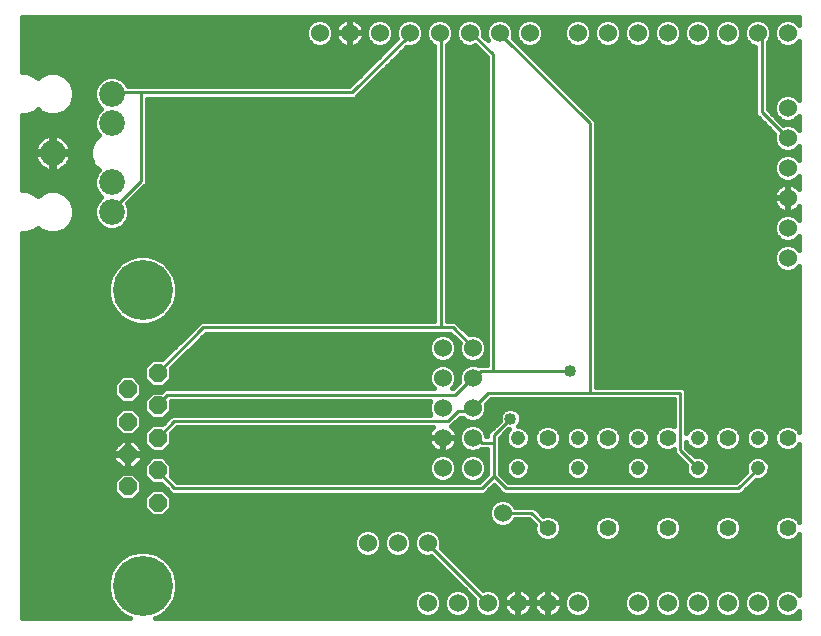
<source format=gbl>
G75*
G70*
%OFA0B0*%
%FSLAX24Y24*%
%IPPOS*%
%LPD*%
%AMOC8*
5,1,8,0,0,1.08239X$1,22.5*
%
%ADD10OC8,0.0600*%
%ADD11C,0.2000*%
%ADD12C,0.0600*%
%ADD13C,0.0476*%
%ADD14C,0.0554*%
%ADD15C,0.0860*%
%ADD16C,0.0100*%
%ADD17C,0.0400*%
%ADD18C,0.0160*%
D10*
X006699Y005438D03*
X007699Y004898D03*
X007699Y005978D03*
X006699Y006518D03*
X007699Y007058D03*
X006699Y007598D03*
X007699Y008138D03*
X006699Y008678D03*
X007699Y009218D03*
D11*
X007199Y011988D03*
X007199Y002128D03*
D12*
X014699Y003558D03*
X015699Y003558D03*
X016699Y003558D03*
X016699Y001558D03*
X017699Y001558D03*
X018699Y001558D03*
X019699Y001558D03*
X020699Y001558D03*
X021699Y001558D03*
X023699Y001558D03*
X024699Y001558D03*
X025699Y001558D03*
X026699Y001558D03*
X027699Y001558D03*
X028699Y001558D03*
X019199Y004558D03*
X018199Y006058D03*
X017199Y006058D03*
X017199Y007058D03*
X018199Y007058D03*
X018199Y008058D03*
X017199Y008058D03*
X017199Y009058D03*
X018199Y009058D03*
X018199Y010058D03*
X017199Y010058D03*
X028699Y013058D03*
X028699Y014058D03*
X028699Y015058D03*
X028699Y016058D03*
X028699Y017058D03*
X028699Y018058D03*
X028699Y020558D03*
X027699Y020558D03*
X026699Y020558D03*
X025699Y020558D03*
X024699Y020558D03*
X023699Y020558D03*
X022699Y020558D03*
X021699Y020558D03*
X020099Y020558D03*
X019099Y020558D03*
X018099Y020558D03*
X017099Y020558D03*
X016099Y020558D03*
X015099Y020558D03*
X014099Y020558D03*
X013099Y020558D03*
D13*
X019699Y007058D03*
X019699Y006058D03*
X021699Y006058D03*
X021699Y007058D03*
X023699Y007058D03*
X023699Y006058D03*
X025699Y006058D03*
X025699Y007058D03*
X027699Y007058D03*
X027699Y006058D03*
D14*
X028699Y007058D03*
X026699Y007058D03*
X024699Y007058D03*
X022699Y007058D03*
X020699Y007058D03*
X020699Y004058D03*
X022699Y004058D03*
X024699Y004058D03*
X026699Y004058D03*
X028699Y004058D03*
D15*
X006167Y014590D03*
X006167Y015574D03*
X004199Y016558D03*
X006167Y017543D03*
X006167Y018527D03*
D16*
X006179Y018578D01*
X007139Y018578D01*
X007139Y015618D01*
X006179Y014658D01*
X006167Y014590D01*
X007139Y018578D02*
X014179Y018578D01*
X016099Y020498D01*
X016099Y020558D01*
X017099Y020558D02*
X017139Y020498D01*
X017139Y010738D01*
X009219Y010738D01*
X007699Y009218D01*
X008019Y008498D02*
X017619Y008498D01*
X018179Y009058D01*
X018199Y009058D01*
X018239Y009118D01*
X018319Y009118D01*
X018479Y009278D01*
X018879Y009278D01*
X021439Y009278D01*
X022099Y008558D02*
X022099Y017538D01*
X019139Y020498D01*
X019099Y020558D01*
X018879Y019838D02*
X018159Y020558D01*
X018099Y020558D01*
X018879Y019838D02*
X018879Y009278D01*
X018199Y010058D02*
X018179Y010098D01*
X017539Y010738D01*
X017139Y010738D01*
X018719Y008558D02*
X018239Y008078D01*
X018199Y008058D01*
X018179Y008018D01*
X018099Y007938D01*
X017699Y007938D01*
X017379Y007618D01*
X008259Y007618D01*
X007699Y007058D01*
X007699Y008138D02*
X007699Y008178D01*
X008019Y008498D01*
X007699Y005978D02*
X007699Y005938D01*
X008259Y005378D01*
X018499Y005378D01*
X018899Y005778D01*
X019299Y005378D01*
X027059Y005378D01*
X027699Y006018D01*
X027699Y006058D01*
X025699Y006058D02*
X025119Y006638D01*
X025119Y008558D01*
X022099Y008558D01*
X018719Y008558D01*
X019459Y007698D02*
X018899Y007138D01*
X018899Y006898D01*
X018499Y006898D01*
X018339Y007058D01*
X018199Y007058D01*
X018899Y006898D02*
X018899Y005778D01*
X019199Y004558D02*
X020159Y004558D01*
X020639Y004078D01*
X020699Y004058D01*
X018699Y001558D02*
X018639Y001598D01*
X016719Y003518D01*
X016699Y003558D01*
X028699Y017058D02*
X027839Y017918D01*
X027839Y020558D01*
X027699Y020558D01*
D17*
X021439Y009278D03*
X019459Y007698D03*
D18*
X003179Y013874D02*
X003179Y001038D01*
X006785Y001038D01*
X006751Y001047D01*
X006487Y001200D01*
X006271Y001416D01*
X006118Y001681D01*
X006039Y001976D01*
X006039Y002281D01*
X006118Y002576D01*
X006271Y002841D01*
X006487Y003056D01*
X006751Y003209D01*
X007046Y003288D01*
X007352Y003288D01*
X007647Y003209D01*
X007911Y003056D01*
X008127Y002841D01*
X008280Y002576D01*
X008359Y002281D01*
X008359Y001976D01*
X008280Y001681D01*
X008127Y001416D01*
X007911Y001200D01*
X007647Y001047D01*
X007613Y001038D01*
X029089Y001038D01*
X029089Y001298D01*
X029089Y001298D01*
X028959Y001168D01*
X028790Y001098D01*
X028607Y001098D01*
X028438Y001168D01*
X028309Y001298D01*
X028239Y001467D01*
X028239Y001650D01*
X028309Y001819D01*
X028438Y001948D01*
X028607Y002018D01*
X028790Y002018D01*
X028959Y001948D01*
X029089Y001819D01*
X029089Y001818D01*
X029089Y003858D01*
X029069Y003811D01*
X028946Y003688D01*
X028786Y003621D01*
X028612Y003621D01*
X028451Y003688D01*
X028328Y003811D01*
X028262Y003971D01*
X028262Y004145D01*
X028328Y004306D01*
X028451Y004429D01*
X028612Y004495D01*
X028786Y004495D01*
X028946Y004429D01*
X029069Y004306D01*
X029089Y004259D01*
X029089Y006858D01*
X029069Y006811D01*
X028946Y006688D01*
X028786Y006621D01*
X028612Y006621D01*
X028451Y006688D01*
X028328Y006811D01*
X028262Y006971D01*
X028262Y007145D01*
X028328Y007306D01*
X028451Y007429D01*
X028612Y007495D01*
X028786Y007495D01*
X028946Y007429D01*
X029069Y007306D01*
X029089Y007259D01*
X029089Y012798D01*
X029089Y012798D01*
X028959Y012668D01*
X028790Y012598D01*
X028607Y012598D01*
X028438Y012668D01*
X028309Y012798D01*
X028239Y012967D01*
X028239Y013150D01*
X028309Y013319D01*
X028438Y013448D01*
X028607Y013518D01*
X028790Y013518D01*
X028959Y013448D01*
X029089Y013319D01*
X029089Y013318D01*
X029089Y013798D01*
X029089Y013798D01*
X028959Y013668D01*
X028790Y013598D01*
X028607Y013598D01*
X028438Y013668D01*
X028309Y013798D01*
X028239Y013967D01*
X028239Y014150D01*
X028309Y014319D01*
X028438Y014448D01*
X028607Y014518D01*
X028790Y014518D01*
X028959Y014448D01*
X029089Y014319D01*
X029089Y014318D01*
X029089Y014779D01*
X029065Y014746D01*
X029012Y014692D01*
X028950Y014648D01*
X028883Y014613D01*
X028811Y014590D01*
X028737Y014578D01*
X028719Y014578D01*
X028719Y015038D01*
X028679Y015038D01*
X028679Y014578D01*
X028661Y014578D01*
X028586Y014590D01*
X028515Y014613D01*
X028447Y014648D01*
X028386Y014692D01*
X028333Y014746D01*
X028288Y014807D01*
X028254Y014874D01*
X028231Y014946D01*
X028219Y015020D01*
X028219Y015038D01*
X028679Y015038D01*
X028679Y015078D01*
X028219Y015078D01*
X028219Y015096D01*
X028231Y015171D01*
X028254Y015243D01*
X028288Y015310D01*
X028333Y015371D01*
X028386Y015424D01*
X028447Y015469D01*
X028515Y015503D01*
X028586Y015526D01*
X028661Y015538D01*
X028679Y015538D01*
X028679Y015079D01*
X028719Y015079D01*
X028719Y015538D01*
X028737Y015538D01*
X028811Y015526D01*
X028883Y015503D01*
X028950Y015469D01*
X029012Y015424D01*
X029065Y015371D01*
X029089Y015338D01*
X029089Y015798D01*
X029089Y015798D01*
X028959Y015668D01*
X028790Y015598D01*
X028607Y015598D01*
X028438Y015668D01*
X028309Y015798D01*
X028239Y015967D01*
X028239Y016150D01*
X028309Y016319D01*
X028438Y016448D01*
X028607Y016518D01*
X028790Y016518D01*
X028959Y016448D01*
X029089Y016319D01*
X029089Y016318D01*
X029089Y016798D01*
X029089Y016798D01*
X028959Y016668D01*
X028790Y016598D01*
X028607Y016598D01*
X028438Y016668D01*
X028309Y016798D01*
X028239Y016967D01*
X028239Y017150D01*
X028260Y017200D01*
X027629Y017831D01*
X027629Y018005D01*
X027629Y020098D01*
X027607Y020098D01*
X027438Y020168D01*
X027309Y020298D01*
X027239Y020467D01*
X027239Y020650D01*
X027309Y020819D01*
X027438Y020948D01*
X027607Y021018D01*
X027790Y021018D01*
X027959Y020948D01*
X028089Y020819D01*
X028159Y020650D01*
X028159Y020467D01*
X028089Y020298D01*
X028049Y020258D01*
X028049Y018005D01*
X028557Y017497D01*
X028607Y017518D01*
X028790Y017518D01*
X028959Y017448D01*
X029089Y017319D01*
X029089Y017318D01*
X029089Y017798D01*
X029089Y017798D01*
X028959Y017668D01*
X028790Y017598D01*
X028607Y017598D01*
X028438Y017668D01*
X028309Y017798D01*
X028239Y017967D01*
X028239Y018150D01*
X028309Y018319D01*
X028438Y018448D01*
X028607Y018518D01*
X028790Y018518D01*
X028959Y018448D01*
X029089Y018319D01*
X029089Y018318D01*
X029089Y020298D01*
X029089Y020298D01*
X028959Y020168D01*
X028790Y020098D01*
X028607Y020098D01*
X028438Y020168D01*
X028309Y020298D01*
X028239Y020467D01*
X028239Y020650D01*
X028309Y020819D01*
X028438Y020948D01*
X028607Y021018D01*
X028790Y021018D01*
X028959Y020948D01*
X029089Y020819D01*
X029089Y020818D01*
X029089Y021074D01*
X003179Y021074D01*
X003179Y019243D01*
X003357Y019243D01*
X003620Y019134D01*
X003707Y019047D01*
X003793Y019134D01*
X004056Y019243D01*
X004341Y019243D01*
X004605Y019134D01*
X004806Y018932D01*
X004915Y018669D01*
X004915Y018384D01*
X004806Y018121D01*
X004605Y017920D01*
X004341Y017811D01*
X004056Y017811D01*
X003793Y017920D01*
X003707Y018006D01*
X003620Y017920D01*
X003357Y017811D01*
X003179Y017811D01*
X003179Y015306D01*
X003357Y015306D01*
X003620Y015197D01*
X003707Y015110D01*
X003793Y015197D01*
X004056Y015306D01*
X004341Y015306D01*
X004605Y015197D01*
X004806Y014995D01*
X004915Y014732D01*
X004915Y014447D01*
X004806Y014184D01*
X004605Y013983D01*
X004341Y013874D01*
X004056Y013874D01*
X003793Y013983D01*
X003707Y014069D01*
X003620Y013983D01*
X003357Y013874D01*
X003179Y013874D01*
X003179Y013742D02*
X016929Y013742D01*
X016929Y013900D02*
X004406Y013900D01*
X004681Y014059D02*
X005907Y014059D01*
X005833Y014090D02*
X006050Y014000D01*
X006285Y014000D01*
X006502Y014090D01*
X006668Y014256D01*
X006757Y014472D01*
X006757Y014707D01*
X006689Y014872D01*
X007226Y015408D01*
X007349Y015531D01*
X007349Y018368D01*
X014266Y018368D01*
X014389Y018491D01*
X015999Y020102D01*
X016007Y020098D01*
X016190Y020098D01*
X016359Y020168D01*
X016489Y020298D01*
X016559Y020467D01*
X016559Y020650D01*
X016489Y020819D01*
X016359Y020948D01*
X016190Y021018D01*
X016007Y021018D01*
X015838Y020948D01*
X015709Y020819D01*
X015639Y020650D01*
X015639Y020467D01*
X015677Y020374D01*
X014092Y018788D01*
X007226Y018788D01*
X007052Y018788D01*
X006698Y018788D01*
X006668Y018861D01*
X006502Y019027D01*
X006285Y019117D01*
X006050Y019117D01*
X005833Y019027D01*
X005667Y018861D01*
X005577Y018644D01*
X005577Y018409D01*
X005667Y018193D01*
X005825Y018035D01*
X005667Y017877D01*
X005577Y017660D01*
X005577Y017425D01*
X005667Y017208D01*
X005736Y017140D01*
X005560Y016964D01*
X005451Y016701D01*
X005451Y016416D01*
X005560Y016153D01*
X005736Y015977D01*
X005667Y015908D01*
X005577Y015691D01*
X005577Y015457D01*
X005667Y015240D01*
X005825Y015082D01*
X005667Y014924D01*
X005577Y014707D01*
X005577Y014472D01*
X005667Y014256D01*
X005833Y014090D01*
X005705Y014217D02*
X004820Y014217D01*
X004886Y014376D02*
X005617Y014376D01*
X005577Y014534D02*
X004915Y014534D01*
X004915Y014693D02*
X005577Y014693D01*
X005637Y014852D02*
X004866Y014852D01*
X004791Y015010D02*
X005753Y015010D01*
X005738Y015169D02*
X004633Y015169D01*
X003765Y015169D02*
X003649Y015169D01*
X003179Y015327D02*
X005631Y015327D01*
X005577Y015486D02*
X003179Y015486D01*
X003179Y015644D02*
X005577Y015644D01*
X005624Y015803D02*
X003179Y015803D01*
X003179Y015961D02*
X004068Y015961D01*
X004056Y015963D02*
X004151Y015948D01*
X004151Y016510D01*
X004247Y016510D01*
X004247Y015948D01*
X004342Y015963D01*
X004433Y015993D01*
X004519Y016037D01*
X004596Y016093D01*
X004664Y016161D01*
X004721Y016239D01*
X004764Y016324D01*
X004794Y016415D01*
X004809Y016510D01*
X004247Y016510D01*
X004247Y016606D01*
X004809Y016606D01*
X004794Y016701D01*
X004764Y016792D01*
X004721Y016878D01*
X004664Y016956D01*
X004596Y017024D01*
X004519Y017080D01*
X004433Y017124D01*
X004342Y017153D01*
X004247Y017168D01*
X004247Y016606D01*
X004151Y016606D01*
X004151Y016510D01*
X003589Y016510D01*
X003604Y016415D01*
X003634Y016324D01*
X003677Y016239D01*
X003734Y016161D01*
X003801Y016093D01*
X003879Y016037D01*
X003965Y015993D01*
X004056Y015963D01*
X004151Y015961D02*
X004247Y015961D01*
X004330Y015961D02*
X005720Y015961D01*
X005593Y016120D02*
X004623Y016120D01*
X004741Y016278D02*
X005508Y016278D01*
X005451Y016437D02*
X004797Y016437D01*
X004777Y016754D02*
X005473Y016754D01*
X005451Y016596D02*
X004247Y016596D01*
X004151Y016596D02*
X003179Y016596D01*
X003179Y016754D02*
X003621Y016754D01*
X003634Y016792D02*
X003604Y016701D01*
X003589Y016606D01*
X004151Y016606D01*
X004151Y017168D01*
X004056Y017153D01*
X003965Y017124D01*
X003879Y017080D01*
X003801Y017024D01*
X003734Y016956D01*
X003677Y016878D01*
X003634Y016792D01*
X003702Y016913D02*
X003179Y016913D01*
X003179Y017071D02*
X003867Y017071D01*
X004151Y017071D02*
X004247Y017071D01*
X004247Y016913D02*
X004151Y016913D01*
X004151Y016754D02*
X004247Y016754D01*
X004247Y016437D02*
X004151Y016437D01*
X004151Y016278D02*
X004247Y016278D01*
X004247Y016120D02*
X004151Y016120D01*
X003775Y016120D02*
X003179Y016120D01*
X003179Y016278D02*
X003657Y016278D01*
X003600Y016437D02*
X003179Y016437D01*
X003179Y017230D02*
X005658Y017230D01*
X005667Y017071D02*
X004531Y017071D01*
X004695Y016913D02*
X005539Y016913D01*
X005593Y017388D02*
X003179Y017388D01*
X003179Y017547D02*
X005577Y017547D01*
X005596Y017705D02*
X003179Y017705D01*
X003486Y017864D02*
X003928Y017864D01*
X004470Y017864D02*
X005662Y017864D01*
X005813Y018022D02*
X004707Y018022D01*
X004831Y018181D02*
X005679Y018181D01*
X005606Y018339D02*
X004896Y018339D01*
X004915Y018498D02*
X005577Y018498D01*
X005583Y018657D02*
X004915Y018657D01*
X004855Y018815D02*
X005648Y018815D01*
X005780Y018974D02*
X004765Y018974D01*
X004606Y019132D02*
X014436Y019132D01*
X014277Y018974D02*
X006555Y018974D01*
X006687Y018815D02*
X014119Y018815D01*
X014554Y018657D02*
X016929Y018657D01*
X016929Y018815D02*
X014713Y018815D01*
X014871Y018974D02*
X016929Y018974D01*
X016929Y019132D02*
X015030Y019132D01*
X015188Y019291D02*
X016929Y019291D01*
X016929Y019449D02*
X015347Y019449D01*
X015505Y019608D02*
X016929Y019608D01*
X016929Y019766D02*
X015664Y019766D01*
X015822Y019925D02*
X016929Y019925D01*
X016929Y020083D02*
X015981Y020083D01*
X015666Y020401D02*
X015531Y020401D01*
X015559Y020467D02*
X015489Y020298D01*
X015359Y020168D01*
X015190Y020098D01*
X015007Y020098D01*
X014838Y020168D01*
X014709Y020298D01*
X014639Y020467D01*
X014639Y020650D01*
X014709Y020819D01*
X014838Y020948D01*
X015007Y021018D01*
X015190Y021018D01*
X015359Y020948D01*
X015489Y020819D01*
X015559Y020650D01*
X015559Y020467D01*
X015559Y020559D02*
X015639Y020559D01*
X015667Y020718D02*
X015531Y020718D01*
X015431Y020876D02*
X015766Y020876D01*
X016431Y020876D02*
X016766Y020876D01*
X016709Y020819D02*
X016838Y020948D01*
X017007Y021018D01*
X017190Y021018D01*
X017359Y020948D01*
X017489Y020819D01*
X017559Y020650D01*
X017559Y020467D01*
X017489Y020298D01*
X017359Y020168D01*
X017349Y020164D01*
X017349Y010948D01*
X017452Y010948D01*
X017626Y010948D01*
X018071Y010503D01*
X018107Y010518D01*
X018290Y010518D01*
X018459Y010448D01*
X018589Y010319D01*
X018659Y010150D01*
X018659Y009967D01*
X018589Y009798D01*
X018459Y009668D01*
X018290Y009598D01*
X018107Y009598D01*
X017938Y009668D01*
X017809Y009798D01*
X017739Y009967D01*
X017739Y010150D01*
X017766Y010214D01*
X017452Y010528D01*
X017226Y010528D01*
X017052Y010528D01*
X009306Y010528D01*
X008159Y009381D01*
X008159Y009028D01*
X007889Y008758D01*
X007508Y008758D01*
X007239Y009028D01*
X007239Y009409D01*
X007508Y009678D01*
X007862Y009678D01*
X009009Y010825D01*
X009132Y010948D01*
X016929Y010948D01*
X016929Y020131D01*
X016838Y020168D01*
X016709Y020298D01*
X016639Y020467D01*
X016639Y020650D01*
X016709Y020819D01*
X016667Y020718D02*
X016531Y020718D01*
X016559Y020559D02*
X016639Y020559D01*
X016666Y020401D02*
X016531Y020401D01*
X016433Y020242D02*
X016765Y020242D01*
X017349Y020083D02*
X018337Y020083D01*
X018283Y020137D02*
X018669Y019751D01*
X018669Y009488D01*
X018566Y009488D01*
X018392Y009488D01*
X018383Y009480D01*
X018290Y009518D01*
X018107Y009518D01*
X017938Y009448D01*
X017809Y009319D01*
X017739Y009150D01*
X017739Y008967D01*
X017754Y008930D01*
X017532Y008708D01*
X017499Y008708D01*
X017589Y008798D01*
X017659Y008967D01*
X017659Y009150D01*
X017589Y009319D01*
X017459Y009448D01*
X017290Y009518D01*
X017107Y009518D01*
X016938Y009448D01*
X016809Y009319D01*
X016739Y009150D01*
X016739Y008967D01*
X016809Y008798D01*
X016898Y008708D01*
X007932Y008708D01*
X007822Y008598D01*
X007508Y008598D01*
X007239Y008329D01*
X007239Y007948D01*
X007508Y007678D01*
X007889Y007678D01*
X008159Y007948D01*
X008159Y008288D01*
X016796Y008288D01*
X016739Y008150D01*
X016739Y007967D01*
X016796Y007828D01*
X008172Y007828D01*
X008049Y007705D01*
X007862Y007518D01*
X007508Y007518D01*
X007239Y007249D01*
X007239Y006868D01*
X007508Y006598D01*
X007889Y006598D01*
X008159Y006868D01*
X008159Y007221D01*
X008346Y007408D01*
X016870Y007408D01*
X016833Y007371D01*
X016788Y007310D01*
X016754Y007243D01*
X016731Y007171D01*
X016719Y007096D01*
X016719Y007078D01*
X017179Y007078D01*
X017179Y007038D01*
X017219Y007038D01*
X017219Y006578D01*
X017237Y006578D01*
X017311Y006590D01*
X017383Y006613D01*
X017450Y006648D01*
X017512Y006692D01*
X017565Y006746D01*
X017609Y006807D01*
X017644Y006874D01*
X017667Y006946D01*
X017679Y007020D01*
X017679Y007038D01*
X017219Y007038D01*
X017219Y007078D01*
X017679Y007078D01*
X017679Y007096D01*
X017667Y007171D01*
X017644Y007243D01*
X017609Y007310D01*
X017565Y007371D01*
X017512Y007424D01*
X017494Y007437D01*
X017786Y007728D01*
X017878Y007728D01*
X017938Y007668D01*
X018107Y007598D01*
X018290Y007598D01*
X018459Y007668D01*
X018589Y007798D01*
X018659Y007967D01*
X018659Y008150D01*
X018644Y008186D01*
X018806Y008348D01*
X022012Y008348D01*
X022186Y008348D01*
X024909Y008348D01*
X024909Y007444D01*
X024786Y007495D01*
X024612Y007495D01*
X024451Y007429D01*
X024328Y007306D01*
X024262Y007145D01*
X024262Y006971D01*
X024328Y006811D01*
X024451Y006688D01*
X024612Y006621D01*
X024786Y006621D01*
X024909Y006672D01*
X024909Y006551D01*
X025307Y006153D01*
X025301Y006137D01*
X025301Y005979D01*
X025362Y005833D01*
X025474Y005721D01*
X025620Y005660D01*
X025778Y005660D01*
X025924Y005721D01*
X026036Y005833D01*
X026097Y005979D01*
X026097Y006137D01*
X026036Y006284D01*
X025924Y006395D01*
X025778Y006456D01*
X025620Y006456D01*
X025604Y006450D01*
X025329Y006725D01*
X025329Y006912D01*
X025362Y006833D01*
X025474Y006721D01*
X025620Y006660D01*
X025778Y006660D01*
X025924Y006721D01*
X026036Y006833D01*
X026097Y006979D01*
X026097Y007137D01*
X026036Y007284D01*
X025924Y007395D01*
X025778Y007456D01*
X025620Y007456D01*
X025474Y007395D01*
X025362Y007284D01*
X025329Y007204D01*
X025329Y008471D01*
X025329Y008645D01*
X025206Y008768D01*
X022309Y008768D01*
X022309Y017625D01*
X022186Y017748D01*
X019532Y020402D01*
X019559Y020467D01*
X019559Y020650D01*
X019489Y020819D01*
X019359Y020948D01*
X019190Y021018D01*
X019007Y021018D01*
X018838Y020948D01*
X018709Y020819D01*
X018639Y020650D01*
X018639Y020467D01*
X018704Y020310D01*
X018555Y020459D01*
X018559Y020467D01*
X018559Y020650D01*
X018489Y020819D01*
X018359Y020948D01*
X018190Y021018D01*
X018007Y021018D01*
X017838Y020948D01*
X017709Y020819D01*
X017639Y020650D01*
X017639Y020467D01*
X017709Y020298D01*
X017838Y020168D01*
X018007Y020098D01*
X018190Y020098D01*
X018283Y020137D01*
X018495Y019925D02*
X017349Y019925D01*
X017349Y019766D02*
X018654Y019766D01*
X018669Y019608D02*
X017349Y019608D01*
X017349Y019449D02*
X018669Y019449D01*
X018669Y019291D02*
X017349Y019291D01*
X017349Y019132D02*
X018669Y019132D01*
X018669Y018974D02*
X017349Y018974D01*
X017349Y018815D02*
X018669Y018815D01*
X018669Y018657D02*
X017349Y018657D01*
X017349Y018498D02*
X018669Y018498D01*
X018669Y018339D02*
X017349Y018339D01*
X017349Y018181D02*
X018669Y018181D01*
X018669Y018022D02*
X017349Y018022D01*
X017349Y017864D02*
X018669Y017864D01*
X018669Y017705D02*
X017349Y017705D01*
X017349Y017547D02*
X018669Y017547D01*
X018669Y017388D02*
X017349Y017388D01*
X017349Y017230D02*
X018669Y017230D01*
X018669Y017071D02*
X017349Y017071D01*
X017349Y016913D02*
X018669Y016913D01*
X018669Y016754D02*
X017349Y016754D01*
X017349Y016596D02*
X018669Y016596D01*
X018669Y016437D02*
X017349Y016437D01*
X017349Y016278D02*
X018669Y016278D01*
X018669Y016120D02*
X017349Y016120D01*
X017349Y015961D02*
X018669Y015961D01*
X018669Y015803D02*
X017349Y015803D01*
X017349Y015644D02*
X018669Y015644D01*
X018669Y015486D02*
X017349Y015486D01*
X017349Y015327D02*
X018669Y015327D01*
X018669Y015169D02*
X017349Y015169D01*
X017349Y015010D02*
X018669Y015010D01*
X018669Y014852D02*
X017349Y014852D01*
X017349Y014693D02*
X018669Y014693D01*
X018669Y014534D02*
X017349Y014534D01*
X017349Y014376D02*
X018669Y014376D01*
X018669Y014217D02*
X017349Y014217D01*
X017349Y014059D02*
X018669Y014059D01*
X018669Y013900D02*
X017349Y013900D01*
X017349Y013742D02*
X018669Y013742D01*
X018669Y013583D02*
X017349Y013583D01*
X017349Y013425D02*
X018669Y013425D01*
X018669Y013266D02*
X017349Y013266D01*
X017349Y013108D02*
X018669Y013108D01*
X018669Y012949D02*
X017349Y012949D01*
X017349Y012790D02*
X018669Y012790D01*
X018669Y012632D02*
X017349Y012632D01*
X017349Y012473D02*
X018669Y012473D01*
X018669Y012315D02*
X017349Y012315D01*
X017349Y012156D02*
X018669Y012156D01*
X018669Y011998D02*
X017349Y011998D01*
X017349Y011839D02*
X018669Y011839D01*
X018669Y011681D02*
X017349Y011681D01*
X017349Y011522D02*
X018669Y011522D01*
X018669Y011364D02*
X017349Y011364D01*
X017349Y011205D02*
X018669Y011205D01*
X018669Y011046D02*
X017349Y011046D01*
X017686Y010888D02*
X018669Y010888D01*
X018669Y010729D02*
X017845Y010729D01*
X018003Y010571D02*
X018669Y010571D01*
X018669Y010412D02*
X018495Y010412D01*
X018616Y010254D02*
X018669Y010254D01*
X018659Y010095D02*
X018669Y010095D01*
X018669Y009937D02*
X018646Y009937D01*
X018669Y009778D02*
X018569Y009778D01*
X018669Y009620D02*
X018342Y009620D01*
X018056Y009620D02*
X017342Y009620D01*
X017290Y009598D02*
X017459Y009668D01*
X017589Y009798D01*
X017659Y009967D01*
X017659Y010150D01*
X017589Y010319D01*
X017459Y010448D01*
X017290Y010518D01*
X017107Y010518D01*
X016938Y010448D01*
X016809Y010319D01*
X016739Y010150D01*
X016739Y009967D01*
X016809Y009798D01*
X016938Y009668D01*
X017107Y009598D01*
X017290Y009598D01*
X017428Y009461D02*
X017969Y009461D01*
X017802Y009303D02*
X017596Y009303D01*
X017659Y009144D02*
X017739Y009144D01*
X017739Y008985D02*
X017659Y008985D01*
X017651Y008827D02*
X017601Y008827D01*
X016797Y008827D02*
X007958Y008827D01*
X007892Y008668D02*
X007159Y008668D01*
X007159Y008510D02*
X007420Y008510D01*
X007261Y008351D02*
X007022Y008351D01*
X006889Y008218D02*
X007159Y008488D01*
X007159Y008869D01*
X006889Y009138D01*
X006508Y009138D01*
X006239Y008869D01*
X006239Y008488D01*
X006508Y008218D01*
X006889Y008218D01*
X006889Y008058D02*
X006508Y008058D01*
X006239Y007789D01*
X006239Y007408D01*
X006508Y007138D01*
X006889Y007138D01*
X007159Y007408D01*
X007159Y007789D01*
X006889Y008058D01*
X006913Y008034D02*
X007239Y008034D01*
X007239Y008193D02*
X003179Y008193D01*
X003179Y008351D02*
X006375Y008351D01*
X006239Y008510D02*
X003179Y008510D01*
X003179Y008668D02*
X006239Y008668D01*
X006239Y008827D02*
X003179Y008827D01*
X003179Y008985D02*
X006356Y008985D01*
X007042Y008985D02*
X007281Y008985D01*
X007239Y009144D02*
X003179Y009144D01*
X003179Y009303D02*
X007239Y009303D01*
X007291Y009461D02*
X003179Y009461D01*
X003179Y009620D02*
X007450Y009620D01*
X007962Y009778D02*
X003179Y009778D01*
X003179Y009937D02*
X008120Y009937D01*
X008279Y010095D02*
X003179Y010095D01*
X003179Y010254D02*
X008437Y010254D01*
X008596Y010412D02*
X003179Y010412D01*
X003179Y010571D02*
X008755Y010571D01*
X008913Y010729D02*
X003179Y010729D01*
X003179Y010888D02*
X006823Y010888D01*
X006751Y010907D02*
X007046Y010828D01*
X007352Y010828D01*
X007647Y010907D01*
X007911Y011060D01*
X008127Y011276D01*
X008280Y011541D01*
X008359Y011836D01*
X008359Y012141D01*
X008280Y012436D01*
X008127Y012701D01*
X007911Y012916D01*
X007647Y013069D01*
X007352Y013148D01*
X007046Y013148D01*
X006751Y013069D01*
X006487Y012916D01*
X006271Y012701D01*
X006118Y012436D01*
X006039Y012141D01*
X006039Y011836D01*
X006118Y011541D01*
X006271Y011276D01*
X006487Y011060D01*
X006751Y010907D01*
X006510Y011046D02*
X003179Y011046D01*
X003179Y011205D02*
X006342Y011205D01*
X006220Y011364D02*
X003179Y011364D01*
X003179Y011522D02*
X006129Y011522D01*
X006080Y011681D02*
X003179Y011681D01*
X003179Y011839D02*
X006039Y011839D01*
X006039Y011998D02*
X003179Y011998D01*
X003179Y012156D02*
X006043Y012156D01*
X006086Y012315D02*
X003179Y012315D01*
X003179Y012473D02*
X006140Y012473D01*
X006231Y012632D02*
X003179Y012632D01*
X003179Y012790D02*
X006361Y012790D01*
X006543Y012949D02*
X003179Y012949D01*
X003179Y013108D02*
X006894Y013108D01*
X007503Y013108D02*
X016929Y013108D01*
X016929Y013266D02*
X003179Y013266D01*
X003179Y013425D02*
X016929Y013425D01*
X016929Y013583D02*
X003179Y013583D01*
X003422Y013900D02*
X003992Y013900D01*
X003717Y014059D02*
X003697Y014059D01*
X006427Y014059D02*
X016929Y014059D01*
X016929Y014217D02*
X006629Y014217D01*
X006717Y014376D02*
X016929Y014376D01*
X016929Y014534D02*
X006757Y014534D01*
X006757Y014693D02*
X016929Y014693D01*
X016929Y014852D02*
X006698Y014852D01*
X006828Y015010D02*
X016929Y015010D01*
X016929Y015169D02*
X006986Y015169D01*
X007145Y015327D02*
X016929Y015327D01*
X016929Y015486D02*
X007303Y015486D01*
X007349Y015644D02*
X016929Y015644D01*
X016929Y015803D02*
X007349Y015803D01*
X007349Y015961D02*
X016929Y015961D01*
X016929Y016120D02*
X007349Y016120D01*
X007349Y016278D02*
X016929Y016278D01*
X016929Y016437D02*
X007349Y016437D01*
X007349Y016596D02*
X016929Y016596D01*
X016929Y016754D02*
X007349Y016754D01*
X007349Y016913D02*
X016929Y016913D01*
X016929Y017071D02*
X007349Y017071D01*
X007349Y017230D02*
X016929Y017230D01*
X016929Y017388D02*
X007349Y017388D01*
X007349Y017547D02*
X016929Y017547D01*
X016929Y017705D02*
X007349Y017705D01*
X007349Y017864D02*
X016929Y017864D01*
X016929Y018022D02*
X007349Y018022D01*
X007349Y018181D02*
X016929Y018181D01*
X016929Y018339D02*
X007349Y018339D01*
X003791Y019132D02*
X003622Y019132D01*
X003179Y019291D02*
X014594Y019291D01*
X014753Y019449D02*
X003179Y019449D01*
X003179Y019608D02*
X014912Y019608D01*
X015070Y019766D02*
X003179Y019766D01*
X003179Y019925D02*
X015229Y019925D01*
X015387Y020083D02*
X014169Y020083D01*
X014137Y020078D02*
X014211Y020090D01*
X014283Y020113D01*
X014350Y020148D01*
X014412Y020192D01*
X014465Y020246D01*
X014509Y020307D01*
X014544Y020374D01*
X014567Y020446D01*
X014579Y020520D01*
X014579Y020538D01*
X014119Y020538D01*
X014119Y020078D01*
X014137Y020078D01*
X014119Y020083D02*
X014079Y020083D01*
X014079Y020078D02*
X014079Y020538D01*
X014119Y020538D01*
X014119Y020578D01*
X014579Y020578D01*
X014579Y020596D01*
X014567Y020671D01*
X014544Y020743D01*
X014509Y020810D01*
X014465Y020871D01*
X014412Y020924D01*
X014350Y020969D01*
X014283Y021003D01*
X014211Y021026D01*
X014137Y021038D01*
X014119Y021038D01*
X014119Y020579D01*
X014079Y020579D01*
X014079Y021038D01*
X014061Y021038D01*
X013986Y021026D01*
X013915Y021003D01*
X013847Y020969D01*
X013786Y020924D01*
X013733Y020871D01*
X013688Y020810D01*
X013654Y020743D01*
X013631Y020671D01*
X013619Y020596D01*
X013619Y020578D01*
X014079Y020578D01*
X014079Y020538D01*
X013619Y020538D01*
X013619Y020520D01*
X013631Y020446D01*
X013654Y020374D01*
X013688Y020307D01*
X013733Y020246D01*
X013786Y020192D01*
X013847Y020148D01*
X013915Y020113D01*
X013986Y020090D01*
X014061Y020078D01*
X014079Y020078D01*
X014028Y020083D02*
X003179Y020083D01*
X003179Y020242D02*
X012765Y020242D01*
X012709Y020298D02*
X012838Y020168D01*
X013007Y020098D01*
X013190Y020098D01*
X013359Y020168D01*
X013489Y020298D01*
X013559Y020467D01*
X013559Y020650D01*
X013489Y020819D01*
X013359Y020948D01*
X013190Y021018D01*
X013007Y021018D01*
X012838Y020948D01*
X012709Y020819D01*
X012639Y020650D01*
X012639Y020467D01*
X012709Y020298D01*
X012666Y020401D02*
X003179Y020401D01*
X003179Y020559D02*
X012639Y020559D01*
X012667Y020718D02*
X003179Y020718D01*
X003179Y020876D02*
X012766Y020876D01*
X013431Y020876D02*
X013738Y020876D01*
X013646Y020718D02*
X013531Y020718D01*
X013559Y020559D02*
X014079Y020559D01*
X014119Y020559D02*
X014639Y020559D01*
X014666Y020401D02*
X014552Y020401D01*
X014461Y020242D02*
X014765Y020242D01*
X014667Y020718D02*
X014552Y020718D01*
X014460Y020876D02*
X014766Y020876D01*
X014159Y021035D02*
X029089Y021035D01*
X029089Y020876D02*
X029031Y020876D01*
X028366Y020876D02*
X028031Y020876D01*
X028131Y020718D02*
X028267Y020718D01*
X028239Y020559D02*
X028159Y020559D01*
X028131Y020401D02*
X028266Y020401D01*
X028365Y020242D02*
X028049Y020242D01*
X028049Y020083D02*
X029089Y020083D01*
X029089Y019925D02*
X028049Y019925D01*
X028049Y019766D02*
X029089Y019766D01*
X029089Y019608D02*
X028049Y019608D01*
X028049Y019449D02*
X029089Y019449D01*
X029089Y019291D02*
X028049Y019291D01*
X028049Y019132D02*
X029089Y019132D01*
X029089Y018974D02*
X028049Y018974D01*
X028049Y018815D02*
X029089Y018815D01*
X029089Y018657D02*
X028049Y018657D01*
X028049Y018498D02*
X028559Y018498D01*
X028330Y018339D02*
X028049Y018339D01*
X028049Y018181D02*
X028252Y018181D01*
X028239Y018022D02*
X028049Y018022D01*
X028190Y017864D02*
X028281Y017864D01*
X028349Y017705D02*
X028401Y017705D01*
X028507Y017547D02*
X029089Y017547D01*
X029089Y017705D02*
X028996Y017705D01*
X029019Y017388D02*
X029089Y017388D01*
X028261Y016913D02*
X022309Y016913D01*
X022309Y017071D02*
X028239Y017071D01*
X028230Y017230D02*
X022309Y017230D01*
X022309Y017388D02*
X028072Y017388D01*
X027913Y017547D02*
X022309Y017547D01*
X022229Y017705D02*
X027755Y017705D01*
X027629Y017864D02*
X022070Y017864D01*
X021912Y018022D02*
X027629Y018022D01*
X027629Y018181D02*
X021753Y018181D01*
X021595Y018339D02*
X027629Y018339D01*
X027629Y018498D02*
X021436Y018498D01*
X021278Y018657D02*
X027629Y018657D01*
X027629Y018815D02*
X021119Y018815D01*
X020960Y018974D02*
X027629Y018974D01*
X027629Y019132D02*
X020802Y019132D01*
X020643Y019291D02*
X027629Y019291D01*
X027629Y019449D02*
X020485Y019449D01*
X020326Y019608D02*
X027629Y019608D01*
X027629Y019766D02*
X020168Y019766D01*
X020009Y019925D02*
X027629Y019925D01*
X027629Y020083D02*
X019851Y020083D01*
X019838Y020168D02*
X020007Y020098D01*
X020190Y020098D01*
X020359Y020168D01*
X020489Y020298D01*
X020559Y020467D01*
X020559Y020650D01*
X020489Y020819D01*
X020359Y020948D01*
X020190Y021018D01*
X020007Y021018D01*
X019838Y020948D01*
X019709Y020819D01*
X019639Y020650D01*
X019639Y020467D01*
X019709Y020298D01*
X019838Y020168D01*
X019765Y020242D02*
X019692Y020242D01*
X019666Y020401D02*
X019534Y020401D01*
X019559Y020559D02*
X019639Y020559D01*
X019667Y020718D02*
X019531Y020718D01*
X019431Y020876D02*
X019766Y020876D01*
X020431Y020876D02*
X021366Y020876D01*
X021309Y020819D02*
X021239Y020650D01*
X021239Y020467D01*
X021309Y020298D01*
X021438Y020168D01*
X021607Y020098D01*
X021790Y020098D01*
X021959Y020168D01*
X022089Y020298D01*
X022159Y020467D01*
X022159Y020650D01*
X022089Y020819D01*
X021959Y020948D01*
X021790Y021018D01*
X021607Y021018D01*
X021438Y020948D01*
X021309Y020819D01*
X021267Y020718D02*
X020531Y020718D01*
X020559Y020559D02*
X021239Y020559D01*
X021266Y020401D02*
X020531Y020401D01*
X020433Y020242D02*
X021365Y020242D01*
X022033Y020242D02*
X022365Y020242D01*
X022309Y020298D02*
X022438Y020168D01*
X022607Y020098D01*
X022790Y020098D01*
X022959Y020168D01*
X023089Y020298D01*
X023159Y020467D01*
X023159Y020650D01*
X023089Y020819D01*
X022959Y020948D01*
X022790Y021018D01*
X022607Y021018D01*
X022438Y020948D01*
X022309Y020819D01*
X022239Y020650D01*
X022239Y020467D01*
X022309Y020298D01*
X022266Y020401D02*
X022131Y020401D01*
X022159Y020559D02*
X022239Y020559D01*
X022267Y020718D02*
X022131Y020718D01*
X022031Y020876D02*
X022366Y020876D01*
X023031Y020876D02*
X023366Y020876D01*
X023309Y020819D02*
X023239Y020650D01*
X023239Y020467D01*
X023309Y020298D01*
X023438Y020168D01*
X023607Y020098D01*
X023790Y020098D01*
X023959Y020168D01*
X024089Y020298D01*
X024159Y020467D01*
X024159Y020650D01*
X024089Y020819D01*
X023959Y020948D01*
X023790Y021018D01*
X023607Y021018D01*
X023438Y020948D01*
X023309Y020819D01*
X023267Y020718D02*
X023131Y020718D01*
X023159Y020559D02*
X023239Y020559D01*
X023266Y020401D02*
X023131Y020401D01*
X023033Y020242D02*
X023365Y020242D01*
X024033Y020242D02*
X024365Y020242D01*
X024309Y020298D02*
X024438Y020168D01*
X024607Y020098D01*
X024790Y020098D01*
X024959Y020168D01*
X025089Y020298D01*
X025159Y020467D01*
X025159Y020650D01*
X025089Y020819D01*
X024959Y020948D01*
X024790Y021018D01*
X024607Y021018D01*
X024438Y020948D01*
X024309Y020819D01*
X024239Y020650D01*
X024239Y020467D01*
X024309Y020298D01*
X024266Y020401D02*
X024131Y020401D01*
X024159Y020559D02*
X024239Y020559D01*
X024267Y020718D02*
X024131Y020718D01*
X024031Y020876D02*
X024366Y020876D01*
X025031Y020876D02*
X025366Y020876D01*
X025309Y020819D02*
X025239Y020650D01*
X025239Y020467D01*
X025309Y020298D01*
X025438Y020168D01*
X025607Y020098D01*
X025790Y020098D01*
X025959Y020168D01*
X026089Y020298D01*
X026159Y020467D01*
X026159Y020650D01*
X026089Y020819D01*
X025959Y020948D01*
X025790Y021018D01*
X025607Y021018D01*
X025438Y020948D01*
X025309Y020819D01*
X025267Y020718D02*
X025131Y020718D01*
X025159Y020559D02*
X025239Y020559D01*
X025266Y020401D02*
X025131Y020401D01*
X025033Y020242D02*
X025365Y020242D01*
X026033Y020242D02*
X026365Y020242D01*
X026309Y020298D02*
X026438Y020168D01*
X026607Y020098D01*
X026790Y020098D01*
X026959Y020168D01*
X027089Y020298D01*
X027159Y020467D01*
X027159Y020650D01*
X027089Y020819D01*
X026959Y020948D01*
X026790Y021018D01*
X026607Y021018D01*
X026438Y020948D01*
X026309Y020819D01*
X026239Y020650D01*
X026239Y020467D01*
X026309Y020298D01*
X026266Y020401D02*
X026131Y020401D01*
X026159Y020559D02*
X026239Y020559D01*
X026267Y020718D02*
X026131Y020718D01*
X026031Y020876D02*
X026366Y020876D01*
X027031Y020876D02*
X027366Y020876D01*
X027267Y020718D02*
X027131Y020718D01*
X027159Y020559D02*
X027239Y020559D01*
X027266Y020401D02*
X027131Y020401D01*
X027033Y020242D02*
X027365Y020242D01*
X029033Y020242D02*
X029089Y020242D01*
X029089Y018498D02*
X028839Y018498D01*
X029068Y018339D02*
X029089Y018339D01*
X029045Y016754D02*
X029089Y016754D01*
X029089Y016596D02*
X022309Y016596D01*
X022309Y016754D02*
X028353Y016754D01*
X028427Y016437D02*
X022309Y016437D01*
X022309Y016278D02*
X028292Y016278D01*
X028239Y016120D02*
X022309Y016120D01*
X022309Y015961D02*
X028241Y015961D01*
X028307Y015803D02*
X022309Y015803D01*
X022309Y015644D02*
X028496Y015644D01*
X028481Y015486D02*
X022309Y015486D01*
X022309Y015327D02*
X028301Y015327D01*
X028230Y015169D02*
X022309Y015169D01*
X022309Y015010D02*
X028221Y015010D01*
X028265Y014852D02*
X022309Y014852D01*
X022309Y014693D02*
X028385Y014693D01*
X028679Y014693D02*
X028719Y014693D01*
X028719Y014852D02*
X028679Y014852D01*
X028679Y015010D02*
X028719Y015010D01*
X028719Y015169D02*
X028679Y015169D01*
X028679Y015327D02*
X028719Y015327D01*
X028719Y015486D02*
X028679Y015486D01*
X028917Y015486D02*
X029089Y015486D01*
X029089Y015644D02*
X028901Y015644D01*
X028971Y016437D02*
X029089Y016437D01*
X029089Y014693D02*
X029012Y014693D01*
X029089Y014534D02*
X022309Y014534D01*
X022309Y014376D02*
X028366Y014376D01*
X028267Y014217D02*
X022309Y014217D01*
X022309Y014059D02*
X028239Y014059D01*
X028266Y013900D02*
X022309Y013900D01*
X022309Y013742D02*
X028365Y013742D01*
X028415Y013425D02*
X022309Y013425D01*
X022309Y013583D02*
X029089Y013583D01*
X029089Y013425D02*
X028983Y013425D01*
X029033Y013742D02*
X029089Y013742D01*
X028287Y013266D02*
X022309Y013266D01*
X022309Y013108D02*
X028239Y013108D01*
X028246Y012949D02*
X022309Y012949D01*
X022309Y012790D02*
X028316Y012790D01*
X028526Y012632D02*
X022309Y012632D01*
X022309Y012473D02*
X029089Y012473D01*
X029089Y012315D02*
X022309Y012315D01*
X022309Y012156D02*
X029089Y012156D01*
X029089Y011998D02*
X022309Y011998D01*
X022309Y011839D02*
X029089Y011839D01*
X029089Y011681D02*
X022309Y011681D01*
X022309Y011522D02*
X029089Y011522D01*
X029089Y011364D02*
X022309Y011364D01*
X022309Y011205D02*
X029089Y011205D01*
X029089Y011046D02*
X022309Y011046D01*
X022309Y010888D02*
X029089Y010888D01*
X029089Y010729D02*
X022309Y010729D01*
X022309Y010571D02*
X029089Y010571D01*
X029089Y010412D02*
X022309Y010412D01*
X022309Y010254D02*
X029089Y010254D01*
X029089Y010095D02*
X022309Y010095D01*
X022309Y009937D02*
X029089Y009937D01*
X029089Y009778D02*
X022309Y009778D01*
X022309Y009620D02*
X029089Y009620D01*
X029089Y009461D02*
X022309Y009461D01*
X022309Y009303D02*
X029089Y009303D01*
X029089Y009144D02*
X022309Y009144D01*
X022309Y008985D02*
X029089Y008985D01*
X029089Y008827D02*
X022309Y008827D01*
X022612Y007495D02*
X022451Y007429D01*
X022328Y007306D01*
X022262Y007145D01*
X022262Y006971D01*
X022328Y006811D01*
X022451Y006688D01*
X022612Y006621D01*
X022786Y006621D01*
X022946Y006688D01*
X023069Y006811D01*
X023136Y006971D01*
X023136Y007145D01*
X023069Y007306D01*
X022946Y007429D01*
X022786Y007495D01*
X022612Y007495D01*
X022422Y007400D02*
X021913Y007400D01*
X021924Y007395D02*
X021778Y007456D01*
X021620Y007456D01*
X021474Y007395D01*
X021362Y007284D01*
X021301Y007137D01*
X021301Y006979D01*
X021362Y006833D01*
X021474Y006721D01*
X021620Y006660D01*
X021778Y006660D01*
X021924Y006721D01*
X022036Y006833D01*
X022097Y006979D01*
X022097Y007137D01*
X022036Y007284D01*
X021924Y007395D01*
X022054Y007241D02*
X022302Y007241D01*
X022262Y007083D02*
X022097Y007083D01*
X022074Y006924D02*
X022281Y006924D01*
X022373Y006766D02*
X021969Y006766D01*
X021796Y006449D02*
X023602Y006449D01*
X023620Y006456D02*
X023474Y006395D01*
X023362Y006284D01*
X023301Y006137D01*
X023301Y005979D01*
X023362Y005833D01*
X023474Y005721D01*
X023620Y005660D01*
X023778Y005660D01*
X023924Y005721D01*
X024036Y005833D01*
X024097Y005979D01*
X024097Y006137D01*
X024036Y006284D01*
X023924Y006395D01*
X023778Y006456D01*
X023620Y006456D01*
X023796Y006449D02*
X025011Y006449D01*
X024909Y006607D02*
X019109Y006607D01*
X019109Y006449D02*
X019602Y006449D01*
X019620Y006456D02*
X019474Y006395D01*
X019362Y006284D01*
X019301Y006137D01*
X019301Y005979D01*
X019362Y005833D01*
X019474Y005721D01*
X019620Y005660D01*
X019778Y005660D01*
X019924Y005721D01*
X020036Y005833D01*
X020097Y005979D01*
X020097Y006137D01*
X020036Y006284D01*
X019924Y006395D01*
X019778Y006456D01*
X019620Y006456D01*
X019796Y006449D02*
X021602Y006449D01*
X021620Y006456D02*
X021474Y006395D01*
X021362Y006284D01*
X021301Y006137D01*
X021301Y005979D01*
X021362Y005833D01*
X021474Y005721D01*
X021620Y005660D01*
X021778Y005660D01*
X021924Y005721D01*
X022036Y005833D01*
X022097Y005979D01*
X022097Y006137D01*
X022036Y006284D01*
X021924Y006395D01*
X021778Y006456D01*
X021620Y006456D01*
X021368Y006290D02*
X020029Y006290D01*
X020097Y006132D02*
X021301Y006132D01*
X021304Y005973D02*
X020094Y005973D01*
X020018Y005815D02*
X021380Y005815D01*
X022018Y005815D02*
X023380Y005815D01*
X023304Y005973D02*
X022094Y005973D01*
X022097Y006132D02*
X023301Y006132D01*
X023368Y006290D02*
X022029Y006290D01*
X021429Y006766D02*
X021025Y006766D01*
X021069Y006811D02*
X021136Y006971D01*
X021136Y007145D01*
X021069Y007306D01*
X020946Y007429D01*
X020786Y007495D01*
X020612Y007495D01*
X020451Y007429D01*
X020328Y007306D01*
X020262Y007145D01*
X020262Y006971D01*
X020328Y006811D01*
X020451Y006688D01*
X020612Y006621D01*
X020786Y006621D01*
X020946Y006688D01*
X021069Y006811D01*
X021117Y006924D02*
X021324Y006924D01*
X021301Y007083D02*
X021136Y007083D01*
X021096Y007241D02*
X021344Y007241D01*
X021484Y007400D02*
X020975Y007400D01*
X020422Y007400D02*
X019913Y007400D01*
X019924Y007395D02*
X019778Y007456D01*
X019726Y007456D01*
X019764Y007494D01*
X019819Y007627D01*
X019819Y007770D01*
X019764Y007902D01*
X019663Y008003D01*
X019531Y008058D01*
X019387Y008058D01*
X019255Y008003D01*
X019154Y007902D01*
X019099Y007770D01*
X019099Y007635D01*
X018812Y007348D01*
X018689Y007225D01*
X018689Y007108D01*
X018659Y007108D01*
X018659Y007150D01*
X018589Y007319D01*
X018459Y007448D01*
X018290Y007518D01*
X018107Y007518D01*
X017938Y007448D01*
X017809Y007319D01*
X017739Y007150D01*
X017739Y006967D01*
X017809Y006798D01*
X017938Y006668D01*
X018107Y006598D01*
X018290Y006598D01*
X018459Y006668D01*
X018479Y006688D01*
X018586Y006688D01*
X018689Y006688D01*
X018689Y005865D01*
X018412Y005588D01*
X008346Y005588D01*
X008153Y005781D01*
X008159Y005788D01*
X008159Y006169D01*
X007889Y006438D01*
X007508Y006438D01*
X007239Y006169D01*
X007239Y005788D01*
X007508Y005518D01*
X007822Y005518D01*
X008049Y005291D01*
X008172Y005168D01*
X018412Y005168D01*
X018586Y005168D01*
X018899Y005481D01*
X019212Y005168D01*
X019386Y005168D01*
X027146Y005168D01*
X027269Y005291D01*
X027638Y005660D01*
X027778Y005660D01*
X027924Y005721D01*
X028036Y005833D01*
X028097Y005979D01*
X028097Y006137D01*
X028036Y006284D01*
X027924Y006395D01*
X027778Y006456D01*
X027620Y006456D01*
X027474Y006395D01*
X027362Y006284D01*
X027301Y006137D01*
X027301Y005979D01*
X027319Y005935D01*
X026972Y005588D01*
X019386Y005588D01*
X019109Y005865D01*
X019109Y006811D01*
X019109Y007051D01*
X019396Y007338D01*
X019416Y007338D01*
X019362Y007284D01*
X019301Y007137D01*
X019301Y006979D01*
X019362Y006833D01*
X019474Y006721D01*
X019620Y006660D01*
X019778Y006660D01*
X019924Y006721D01*
X020036Y006833D01*
X020097Y006979D01*
X020097Y007137D01*
X020036Y007284D01*
X019924Y007395D01*
X020054Y007241D02*
X020302Y007241D01*
X020262Y007083D02*
X020097Y007083D01*
X020074Y006924D02*
X020281Y006924D01*
X020373Y006766D02*
X019969Y006766D01*
X019429Y006766D02*
X019109Y006766D01*
X019109Y006924D02*
X019324Y006924D01*
X019301Y007083D02*
X019141Y007083D01*
X019299Y007241D02*
X019344Y007241D01*
X018864Y007400D02*
X018508Y007400D01*
X018621Y007241D02*
X018705Y007241D01*
X019022Y007559D02*
X017616Y007559D01*
X017536Y007400D02*
X017890Y007400D01*
X017777Y007241D02*
X017644Y007241D01*
X017679Y007083D02*
X017739Y007083D01*
X017756Y006924D02*
X017660Y006924D01*
X017580Y006766D02*
X017841Y006766D01*
X018086Y006607D02*
X017364Y006607D01*
X017290Y006518D02*
X017459Y006448D01*
X017589Y006319D01*
X017659Y006150D01*
X017659Y005967D01*
X017589Y005798D01*
X017459Y005668D01*
X017290Y005598D01*
X017107Y005598D01*
X016938Y005668D01*
X016809Y005798D01*
X016739Y005967D01*
X016739Y006150D01*
X016809Y006319D01*
X016938Y006448D01*
X017107Y006518D01*
X017290Y006518D01*
X017219Y006607D02*
X017179Y006607D01*
X017179Y006578D02*
X017179Y007038D01*
X016719Y007038D01*
X016719Y007020D01*
X016731Y006946D01*
X016754Y006874D01*
X016788Y006807D01*
X016833Y006746D01*
X016886Y006692D01*
X016947Y006648D01*
X017015Y006613D01*
X017086Y006590D01*
X017161Y006578D01*
X017179Y006578D01*
X017034Y006607D02*
X007898Y006607D01*
X008057Y006766D02*
X016818Y006766D01*
X016738Y006924D02*
X008159Y006924D01*
X008159Y007083D02*
X016719Y007083D01*
X016754Y007241D02*
X008179Y007241D01*
X008338Y007400D02*
X016862Y007400D01*
X016777Y007876D02*
X008087Y007876D01*
X008061Y007717D02*
X007928Y007717D01*
X007902Y007559D02*
X007159Y007559D01*
X007159Y007717D02*
X007470Y007717D01*
X007311Y007876D02*
X007072Y007876D01*
X007151Y007400D02*
X007390Y007400D01*
X007239Y007241D02*
X006993Y007241D01*
X006898Y006998D02*
X006719Y006998D01*
X006719Y006539D01*
X006679Y006539D01*
X006679Y006998D01*
X006500Y006998D01*
X006219Y006717D01*
X006219Y006538D01*
X006679Y006538D01*
X006679Y006498D01*
X006719Y006498D01*
X006719Y006038D01*
X006898Y006038D01*
X007179Y006319D01*
X007179Y006498D01*
X006719Y006498D01*
X006719Y006538D01*
X007179Y006538D01*
X007179Y006717D01*
X006898Y006998D01*
X006972Y006924D02*
X007239Y006924D01*
X007239Y007083D02*
X003179Y007083D01*
X003179Y007241D02*
X006405Y007241D01*
X006247Y007400D02*
X003179Y007400D01*
X003179Y007559D02*
X006239Y007559D01*
X006239Y007717D02*
X003179Y007717D01*
X003179Y007876D02*
X006326Y007876D01*
X006484Y008034D02*
X003179Y008034D01*
X003179Y006924D02*
X006426Y006924D01*
X006268Y006766D02*
X003179Y006766D01*
X003179Y006607D02*
X006219Y006607D01*
X006219Y006498D02*
X006219Y006319D01*
X006500Y006038D01*
X006679Y006038D01*
X006679Y006498D01*
X006219Y006498D01*
X006219Y006449D02*
X003179Y006449D01*
X003179Y006290D02*
X006248Y006290D01*
X006407Y006132D02*
X003179Y006132D01*
X003179Y005973D02*
X007239Y005973D01*
X007239Y005815D02*
X006973Y005815D01*
X006889Y005898D02*
X006508Y005898D01*
X006239Y005629D01*
X006239Y005248D01*
X006508Y004978D01*
X006889Y004978D01*
X007159Y005248D01*
X007159Y005629D01*
X006889Y005898D01*
X006991Y006132D02*
X007239Y006132D01*
X007150Y006290D02*
X007360Y006290D01*
X007179Y006449D02*
X016940Y006449D01*
X016797Y006290D02*
X008037Y006290D01*
X008159Y006132D02*
X016739Y006132D01*
X016739Y005973D02*
X008159Y005973D01*
X008159Y005815D02*
X016802Y005815D01*
X016968Y005656D02*
X008278Y005656D01*
X008001Y005339D02*
X007909Y005339D01*
X007889Y005358D02*
X008159Y005089D01*
X008159Y004708D01*
X007889Y004438D01*
X007508Y004438D01*
X007239Y004708D01*
X007239Y005089D01*
X007508Y005358D01*
X007889Y005358D01*
X007843Y005497D02*
X007159Y005497D01*
X007159Y005339D02*
X007489Y005339D01*
X007331Y005180D02*
X007092Y005180D01*
X007239Y005022D02*
X006933Y005022D01*
X007239Y004863D02*
X003179Y004863D01*
X003179Y004705D02*
X007242Y004705D01*
X007400Y004546D02*
X003179Y004546D01*
X003179Y004388D02*
X018772Y004388D01*
X018739Y004467D02*
X018809Y004298D01*
X018938Y004168D01*
X019107Y004098D01*
X019290Y004098D01*
X019459Y004168D01*
X019589Y004298D01*
X019610Y004348D01*
X020072Y004348D01*
X020266Y004155D01*
X020262Y004145D01*
X020262Y003971D01*
X020328Y003811D01*
X020451Y003688D01*
X020612Y003621D01*
X020786Y003621D01*
X020946Y003688D01*
X021069Y003811D01*
X021136Y003971D01*
X021136Y004145D01*
X021069Y004306D01*
X020946Y004429D01*
X020786Y004495D01*
X020612Y004495D01*
X020546Y004468D01*
X020369Y004645D01*
X020246Y004768D01*
X019610Y004768D01*
X019589Y004819D01*
X019459Y004948D01*
X019290Y005018D01*
X019107Y005018D01*
X018938Y004948D01*
X018809Y004819D01*
X018739Y004650D01*
X018739Y004467D01*
X018739Y004546D02*
X007997Y004546D01*
X008156Y004705D02*
X018762Y004705D01*
X018853Y004863D02*
X008159Y004863D01*
X008159Y005022D02*
X029089Y005022D01*
X029089Y005180D02*
X027158Y005180D01*
X027317Y005339D02*
X029089Y005339D01*
X029089Y005497D02*
X027475Y005497D01*
X027634Y005656D02*
X029089Y005656D01*
X029089Y005815D02*
X028018Y005815D01*
X028094Y005973D02*
X029089Y005973D01*
X029089Y006132D02*
X028097Y006132D01*
X028029Y006290D02*
X029089Y006290D01*
X029089Y006449D02*
X027796Y006449D01*
X027602Y006449D02*
X025796Y006449D01*
X026029Y006290D02*
X027368Y006290D01*
X027301Y006132D02*
X026097Y006132D01*
X026094Y005973D02*
X027304Y005973D01*
X027198Y005815D02*
X026018Y005815D01*
X025380Y005815D02*
X024018Y005815D01*
X024094Y005973D02*
X025304Y005973D01*
X025301Y006132D02*
X024097Y006132D01*
X024029Y006290D02*
X025170Y006290D01*
X025447Y006607D02*
X029089Y006607D01*
X029089Y006766D02*
X029025Y006766D01*
X028373Y006766D02*
X027969Y006766D01*
X027924Y006721D02*
X028036Y006833D01*
X028097Y006979D01*
X028097Y007137D01*
X028036Y007284D01*
X027924Y007395D01*
X027778Y007456D01*
X027620Y007456D01*
X027474Y007395D01*
X027362Y007284D01*
X027301Y007137D01*
X027301Y006979D01*
X027362Y006833D01*
X027474Y006721D01*
X027620Y006660D01*
X027778Y006660D01*
X027924Y006721D01*
X028074Y006924D02*
X028281Y006924D01*
X028262Y007083D02*
X028097Y007083D01*
X028054Y007241D02*
X028302Y007241D01*
X028422Y007400D02*
X027913Y007400D01*
X027484Y007400D02*
X026975Y007400D01*
X026946Y007429D02*
X026786Y007495D01*
X026612Y007495D01*
X026451Y007429D01*
X026328Y007306D01*
X026262Y007145D01*
X026262Y006971D01*
X026328Y006811D01*
X026451Y006688D01*
X026612Y006621D01*
X026786Y006621D01*
X026946Y006688D01*
X027069Y006811D01*
X027136Y006971D01*
X027136Y007145D01*
X027069Y007306D01*
X026946Y007429D01*
X027096Y007241D02*
X027344Y007241D01*
X027301Y007083D02*
X027136Y007083D01*
X027117Y006924D02*
X027324Y006924D01*
X027429Y006766D02*
X027025Y006766D01*
X026373Y006766D02*
X025969Y006766D01*
X026074Y006924D02*
X026281Y006924D01*
X026262Y007083D02*
X026097Y007083D01*
X026054Y007241D02*
X026302Y007241D01*
X026422Y007400D02*
X025913Y007400D01*
X025484Y007400D02*
X025329Y007400D01*
X025329Y007241D02*
X025344Y007241D01*
X025329Y007559D02*
X029089Y007559D01*
X029089Y007717D02*
X025329Y007717D01*
X025329Y007876D02*
X029089Y007876D01*
X029089Y008034D02*
X025329Y008034D01*
X025329Y008193D02*
X029089Y008193D01*
X029089Y008351D02*
X025329Y008351D01*
X025329Y008510D02*
X029089Y008510D01*
X029089Y008668D02*
X025306Y008668D01*
X024909Y008193D02*
X018650Y008193D01*
X018659Y008034D02*
X019329Y008034D01*
X019143Y007876D02*
X018621Y007876D01*
X018508Y007717D02*
X019099Y007717D01*
X019589Y008034D02*
X024909Y008034D01*
X024909Y007876D02*
X019775Y007876D01*
X019819Y007717D02*
X024909Y007717D01*
X024909Y007559D02*
X019791Y007559D01*
X018689Y006607D02*
X018312Y006607D01*
X018290Y006518D02*
X018107Y006518D01*
X017938Y006448D01*
X017809Y006319D01*
X017739Y006150D01*
X017739Y005967D01*
X017809Y005798D01*
X017938Y005668D01*
X018107Y005598D01*
X018290Y005598D01*
X018459Y005668D01*
X018589Y005798D01*
X018659Y005967D01*
X018659Y006150D01*
X018589Y006319D01*
X018459Y006448D01*
X018290Y006518D01*
X018458Y006449D02*
X018689Y006449D01*
X018689Y006290D02*
X018601Y006290D01*
X018659Y006132D02*
X018689Y006132D01*
X018689Y005973D02*
X018659Y005973D01*
X018689Y005865D02*
X018689Y005865D01*
X018638Y005815D02*
X018596Y005815D01*
X018480Y005656D02*
X018430Y005656D01*
X018756Y005339D02*
X019041Y005339D01*
X019200Y005180D02*
X018598Y005180D01*
X017968Y005656D02*
X017430Y005656D01*
X017596Y005815D02*
X017802Y005815D01*
X017739Y005973D02*
X017659Y005973D01*
X017659Y006132D02*
X017739Y006132D01*
X017797Y006290D02*
X017601Y006290D01*
X017458Y006449D02*
X017940Y006449D01*
X017219Y006766D02*
X017179Y006766D01*
X017179Y006924D02*
X017219Y006924D01*
X017775Y007717D02*
X017890Y007717D01*
X016739Y008034D02*
X008159Y008034D01*
X008159Y008193D02*
X016757Y008193D01*
X016739Y008985D02*
X008117Y008985D01*
X008159Y009144D02*
X016739Y009144D01*
X016802Y009303D02*
X008159Y009303D01*
X008239Y009461D02*
X016969Y009461D01*
X017056Y009620D02*
X008397Y009620D01*
X008556Y009778D02*
X016828Y009778D01*
X016751Y009937D02*
X008714Y009937D01*
X008873Y010095D02*
X016739Y010095D01*
X016782Y010254D02*
X009031Y010254D01*
X009190Y010412D02*
X016902Y010412D01*
X017495Y010412D02*
X017568Y010412D01*
X017616Y010254D02*
X017726Y010254D01*
X017739Y010095D02*
X017659Y010095D01*
X017646Y009937D02*
X017751Y009937D01*
X017828Y009778D02*
X017569Y009778D01*
X016929Y011046D02*
X007888Y011046D01*
X008056Y011205D02*
X016929Y011205D01*
X016929Y011364D02*
X008178Y011364D01*
X008269Y011522D02*
X016929Y011522D01*
X016929Y011681D02*
X008317Y011681D01*
X008359Y011839D02*
X016929Y011839D01*
X016929Y011998D02*
X008359Y011998D01*
X008355Y012156D02*
X016929Y012156D01*
X016929Y012315D02*
X008312Y012315D01*
X008258Y012473D02*
X016929Y012473D01*
X016929Y012632D02*
X008167Y012632D01*
X008037Y012790D02*
X016929Y012790D01*
X016929Y012949D02*
X007855Y012949D01*
X007574Y010888D02*
X009072Y010888D01*
X007440Y008827D02*
X007159Y008827D01*
X006719Y006924D02*
X006679Y006924D01*
X006679Y006766D02*
X006719Y006766D01*
X006719Y006607D02*
X006679Y006607D01*
X006679Y006449D02*
X006719Y006449D01*
X006719Y006290D02*
X006679Y006290D01*
X006679Y006132D02*
X006719Y006132D01*
X006425Y005815D02*
X003179Y005815D01*
X003179Y005656D02*
X006266Y005656D01*
X006239Y005497D02*
X003179Y005497D01*
X003179Y005339D02*
X006239Y005339D01*
X006306Y005180D02*
X003179Y005180D01*
X003179Y005022D02*
X006465Y005022D01*
X007132Y005656D02*
X007371Y005656D01*
X008067Y005180D02*
X008160Y005180D01*
X007499Y006607D02*
X007179Y006607D01*
X007130Y006766D02*
X007341Y006766D01*
X003179Y004229D02*
X018877Y004229D01*
X019520Y004229D02*
X020191Y004229D01*
X020262Y004071D02*
X003179Y004071D01*
X003179Y003912D02*
X014402Y003912D01*
X014438Y003948D02*
X014309Y003819D01*
X014239Y003650D01*
X014239Y003467D01*
X014309Y003298D01*
X014438Y003168D01*
X014607Y003098D01*
X014790Y003098D01*
X014959Y003168D01*
X015089Y003298D01*
X015159Y003467D01*
X015159Y003650D01*
X015089Y003819D01*
X014959Y003948D01*
X014790Y004018D01*
X014607Y004018D01*
X014438Y003948D01*
X014282Y003754D02*
X003179Y003754D01*
X003179Y003595D02*
X014239Y003595D01*
X014251Y003436D02*
X003179Y003436D01*
X003179Y003278D02*
X007008Y003278D01*
X007390Y003278D02*
X014329Y003278D01*
X014556Y003119D02*
X007802Y003119D01*
X008007Y002961D02*
X016979Y002961D01*
X016827Y003113D02*
X018254Y001686D01*
X018239Y001650D01*
X018239Y001467D01*
X018309Y001298D01*
X018438Y001168D01*
X018607Y001098D01*
X018790Y001098D01*
X018959Y001168D01*
X019089Y001298D01*
X019159Y001467D01*
X019159Y001650D01*
X019089Y001819D01*
X018959Y001948D01*
X018790Y002018D01*
X018607Y002018D01*
X018543Y001991D01*
X017132Y003402D01*
X017159Y003467D01*
X017159Y003650D01*
X017089Y003819D01*
X016959Y003948D01*
X016790Y004018D01*
X016607Y004018D01*
X016438Y003948D01*
X016309Y003819D01*
X016239Y003650D01*
X016239Y003467D01*
X016309Y003298D01*
X016438Y003168D01*
X016607Y003098D01*
X016790Y003098D01*
X016827Y003113D01*
X016556Y003119D02*
X015841Y003119D01*
X015790Y003098D02*
X015959Y003168D01*
X016089Y003298D01*
X016159Y003467D01*
X016159Y003650D01*
X016089Y003819D01*
X015959Y003948D01*
X015790Y004018D01*
X015607Y004018D01*
X015438Y003948D01*
X015309Y003819D01*
X015239Y003650D01*
X015239Y003467D01*
X015309Y003298D01*
X015438Y003168D01*
X015607Y003098D01*
X015790Y003098D01*
X015556Y003119D02*
X014841Y003119D01*
X015069Y003278D02*
X015329Y003278D01*
X015251Y003436D02*
X015146Y003436D01*
X015159Y003595D02*
X015239Y003595D01*
X015282Y003754D02*
X015116Y003754D01*
X014996Y003912D02*
X015402Y003912D01*
X015996Y003912D02*
X016402Y003912D01*
X016282Y003754D02*
X016116Y003754D01*
X016159Y003595D02*
X016239Y003595D01*
X016251Y003436D02*
X016146Y003436D01*
X016069Y003278D02*
X016329Y003278D01*
X017146Y003436D02*
X029089Y003436D01*
X029089Y003278D02*
X017256Y003278D01*
X017415Y003119D02*
X029089Y003119D01*
X029089Y002961D02*
X017573Y002961D01*
X017732Y002802D02*
X029089Y002802D01*
X029089Y002644D02*
X017890Y002644D01*
X018049Y002485D02*
X029089Y002485D01*
X029089Y002327D02*
X018207Y002327D01*
X018366Y002168D02*
X029089Y002168D01*
X029089Y002010D02*
X028811Y002010D01*
X028586Y002010D02*
X027811Y002010D01*
X027790Y002018D02*
X027607Y002018D01*
X027438Y001948D01*
X027309Y001819D01*
X027239Y001650D01*
X027239Y001467D01*
X027309Y001298D01*
X027438Y001168D01*
X027607Y001098D01*
X027790Y001098D01*
X027959Y001168D01*
X028089Y001298D01*
X028159Y001467D01*
X028159Y001650D01*
X028089Y001819D01*
X027959Y001948D01*
X027790Y002018D01*
X027586Y002010D02*
X026811Y002010D01*
X026790Y002018D02*
X026607Y002018D01*
X026438Y001948D01*
X026309Y001819D01*
X026239Y001650D01*
X026239Y001467D01*
X026309Y001298D01*
X026438Y001168D01*
X026607Y001098D01*
X026790Y001098D01*
X026959Y001168D01*
X027089Y001298D01*
X027159Y001467D01*
X027159Y001650D01*
X027089Y001819D01*
X026959Y001948D01*
X026790Y002018D01*
X026586Y002010D02*
X025811Y002010D01*
X025790Y002018D02*
X025607Y002018D01*
X025438Y001948D01*
X025309Y001819D01*
X025239Y001650D01*
X025239Y001467D01*
X025309Y001298D01*
X025438Y001168D01*
X025607Y001098D01*
X025790Y001098D01*
X025959Y001168D01*
X026089Y001298D01*
X026159Y001467D01*
X026159Y001650D01*
X026089Y001819D01*
X025959Y001948D01*
X025790Y002018D01*
X025586Y002010D02*
X024811Y002010D01*
X024790Y002018D02*
X024607Y002018D01*
X024438Y001948D01*
X024309Y001819D01*
X024239Y001650D01*
X024239Y001467D01*
X024309Y001298D01*
X024438Y001168D01*
X024607Y001098D01*
X024790Y001098D01*
X024959Y001168D01*
X025089Y001298D01*
X025159Y001467D01*
X025159Y001650D01*
X025089Y001819D01*
X024959Y001948D01*
X024790Y002018D01*
X024586Y002010D02*
X023811Y002010D01*
X023790Y002018D02*
X023607Y002018D01*
X023438Y001948D01*
X023309Y001819D01*
X023239Y001650D01*
X023239Y001467D01*
X023309Y001298D01*
X023438Y001168D01*
X023607Y001098D01*
X023790Y001098D01*
X023959Y001168D01*
X024089Y001298D01*
X024159Y001467D01*
X024159Y001650D01*
X024089Y001819D01*
X023959Y001948D01*
X023790Y002018D01*
X023586Y002010D02*
X021811Y002010D01*
X021790Y002018D02*
X021607Y002018D01*
X021438Y001948D01*
X021309Y001819D01*
X021239Y001650D01*
X021239Y001467D01*
X021309Y001298D01*
X021438Y001168D01*
X021607Y001098D01*
X021790Y001098D01*
X021959Y001168D01*
X022089Y001298D01*
X022159Y001467D01*
X022159Y001650D01*
X022089Y001819D01*
X021959Y001948D01*
X021790Y002018D01*
X021586Y002010D02*
X020863Y002010D01*
X020883Y002003D02*
X020811Y002026D01*
X020737Y002038D01*
X020719Y002038D01*
X020719Y001579D01*
X020679Y001579D01*
X020679Y002038D01*
X020661Y002038D01*
X020586Y002026D01*
X020515Y002003D01*
X020447Y001969D01*
X020386Y001924D01*
X020333Y001871D01*
X020288Y001810D01*
X020254Y001743D01*
X020231Y001671D01*
X020219Y001596D01*
X020219Y001578D01*
X020679Y001578D01*
X020679Y001538D01*
X020719Y001538D01*
X020719Y001078D01*
X020737Y001078D01*
X020811Y001090D01*
X020883Y001113D01*
X020950Y001148D01*
X021012Y001192D01*
X021065Y001246D01*
X021109Y001307D01*
X021144Y001374D01*
X021167Y001446D01*
X021179Y001520D01*
X021179Y001538D01*
X020719Y001538D01*
X020719Y001578D01*
X021179Y001578D01*
X021179Y001596D01*
X021167Y001671D01*
X021144Y001743D01*
X021109Y001810D01*
X021065Y001871D01*
X021012Y001924D01*
X020950Y001969D01*
X020883Y002003D01*
X020719Y002010D02*
X020679Y002010D01*
X020534Y002010D02*
X019863Y002010D01*
X019883Y002003D02*
X019811Y002026D01*
X019737Y002038D01*
X019719Y002038D01*
X019719Y001579D01*
X019679Y001579D01*
X019679Y002038D01*
X019661Y002038D01*
X019586Y002026D01*
X019515Y002003D01*
X019447Y001969D01*
X019386Y001924D01*
X019333Y001871D01*
X019288Y001810D01*
X019254Y001743D01*
X019231Y001671D01*
X019219Y001596D01*
X019219Y001578D01*
X019679Y001578D01*
X019679Y001538D01*
X019719Y001538D01*
X019719Y001078D01*
X019737Y001078D01*
X019811Y001090D01*
X019883Y001113D01*
X019950Y001148D01*
X020012Y001192D01*
X020065Y001246D01*
X020109Y001307D01*
X020144Y001374D01*
X020167Y001446D01*
X020179Y001520D01*
X020179Y001538D01*
X019719Y001538D01*
X019719Y001578D01*
X020179Y001578D01*
X020179Y001596D01*
X020167Y001671D01*
X020144Y001743D01*
X020109Y001810D01*
X020065Y001871D01*
X020012Y001924D01*
X019950Y001969D01*
X019883Y002003D01*
X019719Y002010D02*
X019679Y002010D01*
X019534Y002010D02*
X018811Y002010D01*
X018586Y002010D02*
X018525Y002010D01*
X018089Y001851D02*
X018057Y001851D01*
X018089Y001819D02*
X017959Y001948D01*
X017790Y002018D01*
X017607Y002018D01*
X017438Y001948D01*
X017309Y001819D01*
X017239Y001650D01*
X017239Y001467D01*
X017309Y001298D01*
X017438Y001168D01*
X017607Y001098D01*
X017790Y001098D01*
X017959Y001168D01*
X018089Y001298D01*
X018159Y001467D01*
X018159Y001650D01*
X018089Y001819D01*
X018141Y001692D02*
X018248Y001692D01*
X018239Y001534D02*
X018159Y001534D01*
X018121Y001375D02*
X018277Y001375D01*
X018390Y001217D02*
X018008Y001217D01*
X017390Y001217D02*
X017008Y001217D01*
X016959Y001168D02*
X017089Y001298D01*
X017159Y001467D01*
X017159Y001650D01*
X017089Y001819D01*
X016959Y001948D01*
X016790Y002018D01*
X016607Y002018D01*
X016438Y001948D01*
X016309Y001819D01*
X016239Y001650D01*
X016239Y001467D01*
X016309Y001298D01*
X016438Y001168D01*
X016607Y001098D01*
X016790Y001098D01*
X016959Y001168D01*
X017121Y001375D02*
X017277Y001375D01*
X017239Y001534D02*
X017159Y001534D01*
X017141Y001692D02*
X017257Y001692D01*
X017341Y001851D02*
X017057Y001851D01*
X016811Y002010D02*
X017586Y002010D01*
X017811Y002010D02*
X017931Y002010D01*
X017772Y002168D02*
X008359Y002168D01*
X008359Y002010D02*
X016586Y002010D01*
X016341Y001851D02*
X008325Y001851D01*
X008283Y001692D02*
X016257Y001692D01*
X016239Y001534D02*
X008195Y001534D01*
X008086Y001375D02*
X016277Y001375D01*
X016390Y001217D02*
X007928Y001217D01*
X007666Y001058D02*
X029089Y001058D01*
X029089Y001217D02*
X029008Y001217D01*
X028390Y001217D02*
X028008Y001217D01*
X028121Y001375D02*
X028277Y001375D01*
X028239Y001534D02*
X028159Y001534D01*
X028141Y001692D02*
X028257Y001692D01*
X028341Y001851D02*
X028057Y001851D01*
X027341Y001851D02*
X027057Y001851D01*
X027141Y001692D02*
X027257Y001692D01*
X027239Y001534D02*
X027159Y001534D01*
X027121Y001375D02*
X027277Y001375D01*
X027390Y001217D02*
X027008Y001217D01*
X026390Y001217D02*
X026008Y001217D01*
X026121Y001375D02*
X026277Y001375D01*
X026239Y001534D02*
X026159Y001534D01*
X026141Y001692D02*
X026257Y001692D01*
X026341Y001851D02*
X026057Y001851D01*
X025341Y001851D02*
X025057Y001851D01*
X025141Y001692D02*
X025257Y001692D01*
X025239Y001534D02*
X025159Y001534D01*
X025121Y001375D02*
X025277Y001375D01*
X025390Y001217D02*
X025008Y001217D01*
X024390Y001217D02*
X024008Y001217D01*
X024121Y001375D02*
X024277Y001375D01*
X024239Y001534D02*
X024159Y001534D01*
X024141Y001692D02*
X024257Y001692D01*
X024341Y001851D02*
X024057Y001851D01*
X023341Y001851D02*
X022057Y001851D01*
X022141Y001692D02*
X023257Y001692D01*
X023239Y001534D02*
X022159Y001534D01*
X022121Y001375D02*
X023277Y001375D01*
X023390Y001217D02*
X022008Y001217D01*
X021390Y001217D02*
X021036Y001217D01*
X021144Y001375D02*
X021277Y001375D01*
X021239Y001534D02*
X021179Y001534D01*
X021160Y001692D02*
X021257Y001692D01*
X021341Y001851D02*
X021080Y001851D01*
X020719Y001851D02*
X020679Y001851D01*
X020679Y001692D02*
X020719Y001692D01*
X020719Y001534D02*
X020679Y001534D01*
X020679Y001538D02*
X020679Y001078D01*
X020661Y001078D01*
X020586Y001090D01*
X020515Y001113D01*
X020447Y001148D01*
X020386Y001192D01*
X020333Y001246D01*
X020288Y001307D01*
X020254Y001374D01*
X020231Y001446D01*
X020219Y001520D01*
X020219Y001538D01*
X020679Y001538D01*
X020679Y001375D02*
X020719Y001375D01*
X020719Y001217D02*
X020679Y001217D01*
X020361Y001217D02*
X020036Y001217D01*
X020144Y001375D02*
X020254Y001375D01*
X020219Y001534D02*
X020179Y001534D01*
X020160Y001692D02*
X020238Y001692D01*
X020318Y001851D02*
X020080Y001851D01*
X019719Y001851D02*
X019679Y001851D01*
X019679Y001692D02*
X019719Y001692D01*
X019719Y001534D02*
X019679Y001534D01*
X019679Y001538D02*
X019679Y001078D01*
X019661Y001078D01*
X019586Y001090D01*
X019515Y001113D01*
X019447Y001148D01*
X019386Y001192D01*
X019333Y001246D01*
X019288Y001307D01*
X019254Y001374D01*
X019231Y001446D01*
X019219Y001520D01*
X019219Y001538D01*
X019679Y001538D01*
X019679Y001375D02*
X019719Y001375D01*
X019719Y001217D02*
X019679Y001217D01*
X019361Y001217D02*
X019008Y001217D01*
X019121Y001375D02*
X019254Y001375D01*
X019219Y001534D02*
X019159Y001534D01*
X019141Y001692D02*
X019238Y001692D01*
X019318Y001851D02*
X019057Y001851D01*
X017614Y002327D02*
X008347Y002327D01*
X008304Y002485D02*
X017455Y002485D01*
X017296Y002644D02*
X008241Y002644D01*
X008149Y002802D02*
X017138Y002802D01*
X017159Y003595D02*
X029089Y003595D01*
X029089Y003754D02*
X029012Y003754D01*
X028385Y003754D02*
X027012Y003754D01*
X027069Y003811D02*
X026946Y003688D01*
X026786Y003621D01*
X026612Y003621D01*
X026451Y003688D01*
X026328Y003811D01*
X026262Y003971D01*
X026262Y004145D01*
X026328Y004306D01*
X026451Y004429D01*
X026612Y004495D01*
X026786Y004495D01*
X026946Y004429D01*
X027069Y004306D01*
X027136Y004145D01*
X027136Y003971D01*
X027069Y003811D01*
X027111Y003912D02*
X028286Y003912D01*
X028262Y004071D02*
X027136Y004071D01*
X027101Y004229D02*
X028296Y004229D01*
X028410Y004388D02*
X026988Y004388D01*
X026410Y004388D02*
X024988Y004388D01*
X024946Y004429D02*
X025069Y004306D01*
X025136Y004145D01*
X025136Y003971D01*
X025069Y003811D01*
X024946Y003688D01*
X024786Y003621D01*
X024612Y003621D01*
X024451Y003688D01*
X024328Y003811D01*
X024262Y003971D01*
X024262Y004145D01*
X024328Y004306D01*
X024451Y004429D01*
X024612Y004495D01*
X024786Y004495D01*
X024946Y004429D01*
X025101Y004229D02*
X026296Y004229D01*
X026262Y004071D02*
X025136Y004071D01*
X025111Y003912D02*
X026286Y003912D01*
X026385Y003754D02*
X025012Y003754D01*
X024385Y003754D02*
X023012Y003754D01*
X023069Y003811D02*
X023136Y003971D01*
X023136Y004145D01*
X023069Y004306D01*
X022946Y004429D01*
X022786Y004495D01*
X022612Y004495D01*
X022451Y004429D01*
X022328Y004306D01*
X022262Y004145D01*
X022262Y003971D01*
X022328Y003811D01*
X022451Y003688D01*
X022612Y003621D01*
X022786Y003621D01*
X022946Y003688D01*
X023069Y003811D01*
X023111Y003912D02*
X024286Y003912D01*
X024262Y004071D02*
X023136Y004071D01*
X023101Y004229D02*
X024296Y004229D01*
X024410Y004388D02*
X022988Y004388D01*
X022410Y004388D02*
X020988Y004388D01*
X021101Y004229D02*
X022296Y004229D01*
X022262Y004071D02*
X021136Y004071D01*
X021111Y003912D02*
X022286Y003912D01*
X022385Y003754D02*
X021012Y003754D01*
X020385Y003754D02*
X017116Y003754D01*
X016996Y003912D02*
X020286Y003912D01*
X020468Y004546D02*
X029089Y004546D01*
X029089Y004388D02*
X028988Y004388D01*
X029089Y004705D02*
X020309Y004705D01*
X019544Y004863D02*
X029089Y004863D01*
X027040Y005656D02*
X019318Y005656D01*
X019380Y005815D02*
X019160Y005815D01*
X019109Y005973D02*
X019304Y005973D01*
X019301Y006132D02*
X019109Y006132D01*
X019109Y006290D02*
X019368Y006290D01*
X023025Y006766D02*
X023429Y006766D01*
X023474Y006721D02*
X023620Y006660D01*
X023778Y006660D01*
X023924Y006721D01*
X024036Y006833D01*
X024097Y006979D01*
X024097Y007137D01*
X024036Y007284D01*
X023924Y007395D01*
X023778Y007456D01*
X023620Y007456D01*
X023474Y007395D01*
X023362Y007284D01*
X023301Y007137D01*
X023301Y006979D01*
X023362Y006833D01*
X023474Y006721D01*
X023324Y006924D02*
X023117Y006924D01*
X023136Y007083D02*
X023301Y007083D01*
X023344Y007241D02*
X023096Y007241D01*
X022975Y007400D02*
X023484Y007400D01*
X023913Y007400D02*
X024422Y007400D01*
X024302Y007241D02*
X024054Y007241D01*
X024097Y007083D02*
X024262Y007083D01*
X024281Y006924D02*
X024074Y006924D01*
X023969Y006766D02*
X024373Y006766D01*
X025329Y006766D02*
X025429Y006766D01*
X028975Y007400D02*
X029089Y007400D01*
X029089Y012632D02*
X028872Y012632D01*
X029082Y012790D02*
X029089Y012790D01*
X029089Y014376D02*
X029032Y014376D01*
X018666Y020401D02*
X018614Y020401D01*
X018639Y020559D02*
X018559Y020559D01*
X018531Y020718D02*
X018667Y020718D01*
X018766Y020876D02*
X018431Y020876D01*
X017766Y020876D02*
X017431Y020876D01*
X017531Y020718D02*
X017667Y020718D01*
X017639Y020559D02*
X017559Y020559D01*
X017531Y020401D02*
X017666Y020401D01*
X017765Y020242D02*
X017433Y020242D01*
X015546Y020242D02*
X015433Y020242D01*
X014119Y020242D02*
X014079Y020242D01*
X014079Y020401D02*
X014119Y020401D01*
X014119Y020718D02*
X014079Y020718D01*
X014079Y020876D02*
X014119Y020876D01*
X014119Y021035D02*
X014079Y021035D01*
X014039Y021035D02*
X003179Y021035D01*
X013433Y020242D02*
X013736Y020242D01*
X013645Y020401D02*
X013531Y020401D01*
X014396Y018498D02*
X016929Y018498D01*
X014389Y018491D02*
X014389Y018491D01*
X006596Y003119D02*
X003179Y003119D01*
X003179Y002961D02*
X006391Y002961D01*
X006249Y002802D02*
X003179Y002802D01*
X003179Y002644D02*
X006157Y002644D01*
X006094Y002485D02*
X003179Y002485D01*
X003179Y002327D02*
X006051Y002327D01*
X006039Y002168D02*
X003179Y002168D01*
X003179Y002010D02*
X006039Y002010D01*
X006072Y001851D02*
X003179Y001851D01*
X003179Y001692D02*
X006115Y001692D01*
X006203Y001534D02*
X003179Y001534D01*
X003179Y001375D02*
X006311Y001375D01*
X006470Y001217D02*
X003179Y001217D01*
X003179Y001058D02*
X006732Y001058D01*
X029057Y001851D02*
X029089Y001851D01*
M02*

</source>
